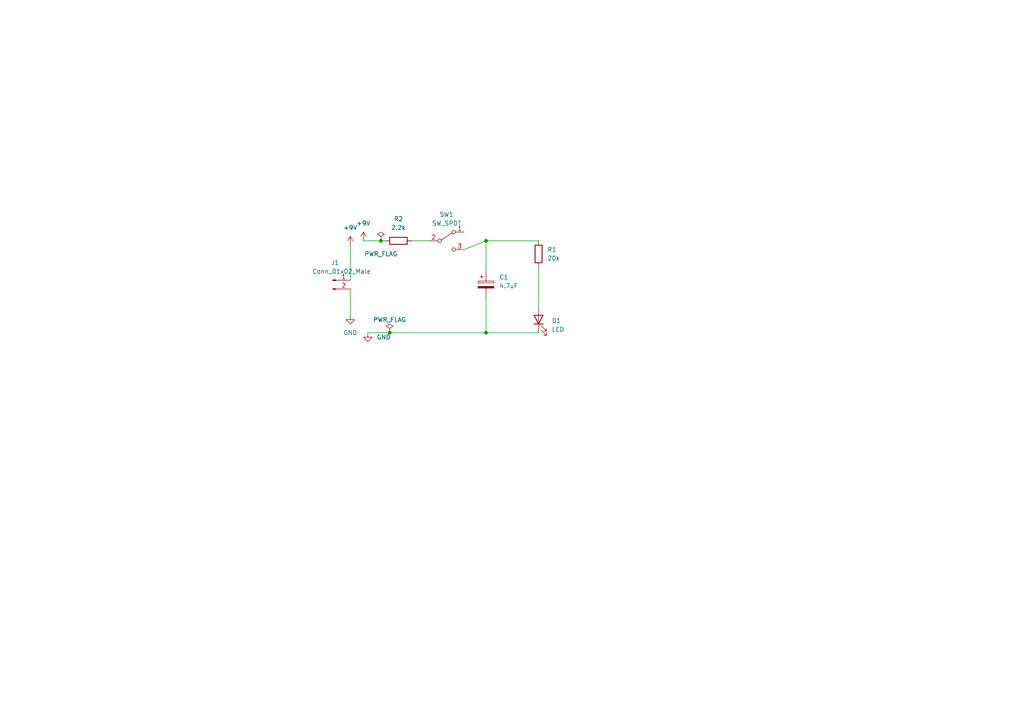
<source format=kicad_sch>
(kicad_sch (version 20211123) (generator eeschema)
  (paper "A4")
  (lib_symbols
    (symbol "Connector:Conn_01x02_Male" (pin_names (offset 1.016) hide)
      (property "Reference" "J" (at 0 2.54 0))
      (property "Value" "Conn_01x02_Male" (at 0 -5.08 0))
      (symbol "Conn_01x02_Male_1_1"
        (polyline (pts (xy 1.27 -2.54) (xy 0.8636 -2.54)) (stroke (width 0.1524)))
        (polyline (pts (xy 1.27 0) (xy 0.8636 0)) (stroke (width 0.1524)))
        (rectangle (start 0.8636 -2.413) (end 0 -2.667) (stroke (width 0.1524)) (fill (type outline)))
        (rectangle (start 0.8636 0.127) (end 0 -0.127) (stroke (width 0.1524)) (fill (type outline)))
        (pin passive line (at 5.08 0 180) (length 3.81) (name "Pin_1") (number "1"))
        (pin passive line (at 5.08 -2.54 180) (length 3.81) (name "Pin_2") (number "2"))
      )
    )
    (symbol "Device:C_Polarized" (pin_numbers hide) (pin_names (offset 0.254))
      (property "Reference" "C" (at 0.635 2.54 0))
      (property "Value" "C_Polarized" (at 0.635 -2.54 0))
      (symbol "C_Polarized_0_1"
        (rectangle (start -2.286 0.508) (end 2.286 1.016))
        (polyline (pts (xy -1.778 2.286) (xy -0.762 2.286)))
        (polyline (pts (xy -1.27 2.794) (xy -1.27 1.778)))
        (rectangle (start 2.286 -0.508) (end -2.286 -1.016) (fill (type outline)))
      )
      (symbol "C_Polarized_1_1"
        (pin passive line (at 0 3.81 270) (length 2.794) (name "~") (number "1"))
        (pin passive line (at 0 -3.81 90) (length 2.794) (name "~") (number "2"))
      )
    )
    (symbol "Device:LED" (pin_numbers hide) (pin_names (offset 1.016) hide)
      (property "Reference" "D" (at 0 2.54 0))
      (property "Value" "LED" (at 0 -2.54 0))
      (symbol "LED_0_1"
        (polyline (pts (xy -1.27 -1.27) (xy -1.27 1.27)) (stroke (width 0.254)))
        (polyline (pts (xy -1.27 0) (xy 1.27 0)))
        (polyline (pts (xy 1.27 -1.27) (xy 1.27 1.27) (xy -1.27 0) (xy 1.27 -1.27)) (stroke (width 0.254)))
        (polyline (pts (xy -3.048 -0.762) (xy -4.572 -2.286) (xy -3.81 -2.286) (xy -4.572 -2.286) (xy -4.572 -1.524)))
        (polyline (pts (xy -1.778 -0.762) (xy -3.302 -2.286) (xy -2.54 -2.286) (xy -3.302 -2.286) (xy -3.302 -1.524)))
      )
      (symbol "LED_1_1"
        (pin passive line (at -3.81 0 0) (length 2.54) (name "K") (number "1"))
        (pin passive line (at 3.81 0 180) (length 2.54) (name "A") (number "2"))
      )
    )
    (symbol "Device:R" (pin_numbers hide) (pin_names (offset 0))
      (property "Reference" "R" (at 2.032 0 90))
      (property "Value" "R" (at 0 0 90))
      (symbol "R_0_1"
        (rectangle (start -1.016 -2.54) (end 1.016 2.54) (stroke (width 0.254)))
      )
      (symbol "R_1_1"
        (pin passive line (at 0 3.81 270) (length 1.27) (name "~") (number "1"))
        (pin passive line (at 0 -3.81 90) (length 1.27) (name "~") (number "2"))
      )
    )
    (symbol "Switch:SW_SPDT" (pin_names (offset 0) hide)
      (property "Reference" "SW" (at 0 4.318 0))
      (property "Value" "SW_SPDT" (at 0 -5.08 0))
      (symbol "SW_SPDT_0_0"
        (circle (center -2.032 0) (radius 0.508))
        (circle (center 2.032 -2.54) (radius 0.508))
      )
      (symbol "SW_SPDT_0_1"
        (polyline (pts (xy -1.524 0.254) (xy 1.651 2.286)))
        (circle (center 2.032 2.54) (radius 0.508))
      )
      (symbol "SW_SPDT_1_1"
        (pin passive line (at 5.08 2.54 180) (length 2.54) (name "A") (number "1"))
        (pin passive line (at -5.08 0 0) (length 2.54) (name "B") (number "2"))
        (pin passive line (at 5.08 -2.54 180) (length 2.54) (name "C") (number "3"))
      )
    )
    (symbol "power:+9V" (power) (pin_names (offset 0))
      (property "Value" "+9V" (at 0 3.556 0))
      (symbol "+9V_0_1"
        (polyline (pts (xy -0.762 1.27) (xy 0 2.54)))
        (polyline (pts (xy 0 0) (xy 0 2.54)))
        (polyline (pts (xy 0 2.54) (xy 0.762 1.27)))
      )
      (symbol "+9V_1_1"
        (pin power_in line (at 0 0 90) (length 0) hide (name "+9V") (number "1"))
      )
    )
    (symbol "power:GND" (power) (pin_names (offset 0))
      (property "Value" "GND" (at 0 -3.81 0))
      (symbol "GND_0_1"
        (polyline (pts (xy 0 0) (xy 0 -1.27) (xy 1.27 -1.27) (xy 0 -2.54) (xy -1.27 -1.27) (xy 0 -1.27)))
      )
      (symbol "GND_1_1"
        (pin power_in line (at 0 0 270) (length 0) hide (name "GND") (number "1"))
      )
    )
    (symbol "power:PWR_FLAG" (power) (pin_numbers hide) (pin_names (offset 0) hide)
      (property "Value" "PWR_FLAG" (at 0 3.81 0))
      (symbol "PWR_FLAG_0_0"
        (pin power_out line (at 0 0 90) (length 0) (name "pwr") (number "1"))
      )
      (symbol "PWR_FLAG_0_1"
        (polyline (pts (xy 0 0) (xy 0 1.27) (xy -1.016 1.905) (xy 0 2.54) (xy 1.016 1.905) (xy 0 1.27)))
      )
    )
  )
  (junction (at 110.49 69.85))
  (junction (at 140.97 69.85))
  (junction (at 140.97 96.52))
  (junction (at 113.03 96.52))
  (wire (pts (xy 140.97 96.52) (xy 156.21 96.52)))
  (wire (pts (xy 119.38 69.85) (xy 124.46 69.85)))
  (wire (pts (xy 140.97 69.85) (xy 140.97 78.74)))
  (wire (pts (xy 140.97 69.85) (xy 156.21 69.85)))
  (wire (pts (xy 106.68 96.52) (xy 113.03 96.52)))
  (wire (pts (xy 134.62 72.39) (xy 140.97 69.85)))
  (wire (pts (xy 110.49 69.85) (xy 111.76 69.85)))
  (wire (pts (xy 101.6 71.12) (xy 101.6 81.28)))
  (wire (pts (xy 113.03 96.52) (xy 140.97 96.52)))
  (wire (pts (xy 156.21 77.47) (xy 156.21 88.9)))
  (wire (pts (xy 101.6 91.44) (xy 101.6 83.82)))
  (wire (pts (xy 140.97 86.36) (xy 140.97 96.52)))
  (wire (pts (xy 105.41 69.85) (xy 110.49 69.85)))
  (symbol (lib_id "power:+9V") (at 101.6 71.12 0) (unit 1)
    (property "Reference" "#PWR01" (effects hide))
    (property "Value" "+9V" (at 101.6 66.04 0))
  )
  (symbol (lib_id "Switch:SW_SPDT") (at 129.54 69.85 0) (unit 1)
    (property "Reference" "SW1" (at 129.54 62.23 0))
    (property "Value" "SW_SPDT" (at 129.54 64.77 0))
    (property "Footprint" "Button_Switch_THT:SW_E-Switch_EG1224_SPDT_Angled" (effects hide))
  )
  (symbol (lib_id "power:PWR_FLAG") (at 113.03 96.52 0) (unit 1)
    (property "Reference" "#FLG0101" (effects hide))
    (property "Value" "PWR_FLAG" (at 113.03 92.71 0))
  )
  (symbol (lib_id "Device:LED") (at 156.21 92.71 90) (unit 1)
    (property "Reference" "D1" (at 160.02 93.0274 90) (effects (justify right)))
    (property "Value" "LED" (at 160.02 95.5674 90) (effects (justify right)))
    (property "Footprint" "LED_THT:LED_D5.0mm" (effects hide))
  )
  (symbol (lib_id "power:GND") (at 101.6 91.44 0) (unit 1)
    (property "Reference" "#PWR02" (effects hide))
    (property "Value" "GND" (at 101.6 96.52 0))
  )
  (symbol (lib_id "power:+9V") (at 105.41 69.85 0) (unit 1)
    (property "Reference" "#PWR0101" (effects hide))
    (property "Value" "+9V" (at 105.41 64.77 0))
  )
  (symbol (lib_id "Connector:Conn_01x02_Male") (at 96.52 81.28 0) (unit 1)
    (property "Reference" "J1" (at 97.155 76.2 0))
    (property "Value" "Conn_01x02_Male" (at 99.06 78.74 0))
    (property "Footprint" "Connector_JST:JST_PH_B2B-PH-K_1x02_P2.00mm_Vertical" (effects hide))
  )
  (symbol (lib_id "Device:C_Polarized") (at 140.97 82.55 0) (unit 1)
    (property "Reference" "C1" (at 144.78 80.3909 0) (effects (justify left)))
    (property "Value" "4.7uF" (at 144.78 82.9309 0) (effects (justify left)))
    (property "Footprint" "Capacitor_THT:C_Radial_D5.0mm_H5.0mm_P2.00mm" (effects hide))
  )
  (symbol (lib_id "Device:R") (at 115.57 69.85 270) (unit 1)
    (property "Reference" "R2" (at 115.57 63.5 90))
    (property "Value" "2.2k" (at 115.57 66.04 90))
    (property "Footprint" "Resistor_THT:R_Axial_DIN0516_L15.5mm_D5.0mm_P20.32mm_Horizontal" (effects hide))
  )
  (symbol (lib_id "power:PWR_FLAG") (at 110.49 69.85 0) (unit 1)
    (property "Reference" "#FLG0102" (effects hide))
    (property "Value" "PWR_FLAG" (at 110.49 73.66 0))
  )
  (symbol (lib_id "power:GND") (at 106.68 96.52 0) (unit 1)
    (property "Reference" "#PWR0102" (effects hide))
    (property "Value" "GND" (at 109.22 97.7899 0) (effects (justify left)))
  )
  (symbol (lib_id "Device:R") (at 156.21 73.66 0) (unit 1)
    (property "Reference" "R1" (at 158.75 72.3899 0) (effects (justify left)))
    (property "Value" "20k" (at 158.75 74.9299 0) (effects (justify left)))
    (property "Footprint" "Resistor_THT:R_Axial_DIN0516_L15.5mm_D5.0mm_P20.32mm_Horizontal" (effects hide))
  )
)
</source>
